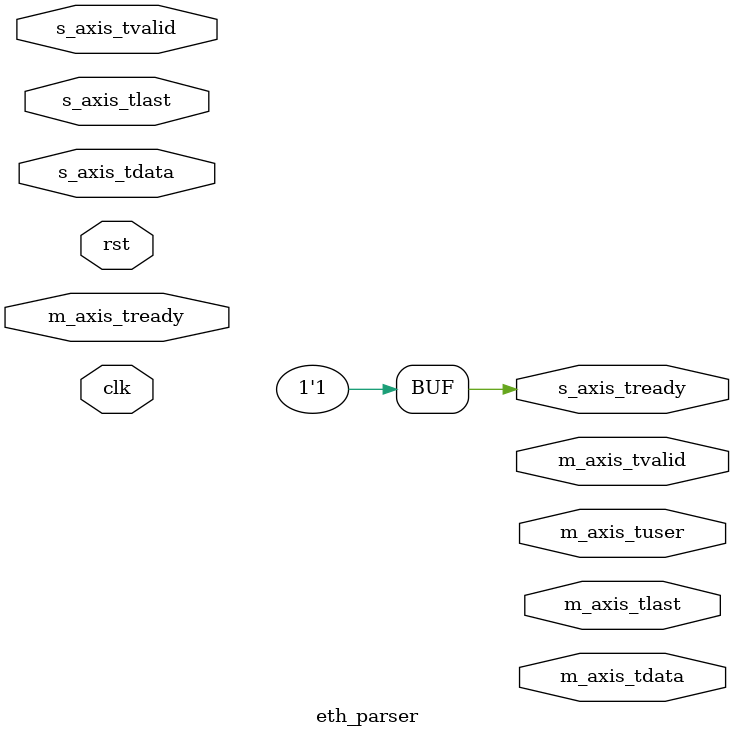
<source format=v>
module eth_parser #(
  parameter DATA_WIDTH      = 8,
  parameter TARGET_MAC_ADDR = 48'h112233445566
) (
  input  wire                         clk,
  input  wire                         rst,

  // AXI-Stream Slave Interface (from MAC)
  input  wire [DATA_WIDTH-1:0]        s_axis_tdata,
  input  wire                         s_axis_tvalid,
  input  wire                         s_axis_tlast,
  output wire                         s_axis_tready,

  // AXI-Stream Master Interface (to IP Parser)
  output wire [DATA_WIDTH-1:0]        m_axis_tdata,
  output wire                         m_axis_tvalid,
  output wire                         m_axis_tlast,
  output wire [17:0]                  m_axis_tuser,
  input  wire                         m_axis_tready
);

  assign s_axis_tready = 1'b1; // Always ready to accept data for testbench purposes
endmodule
</source>
